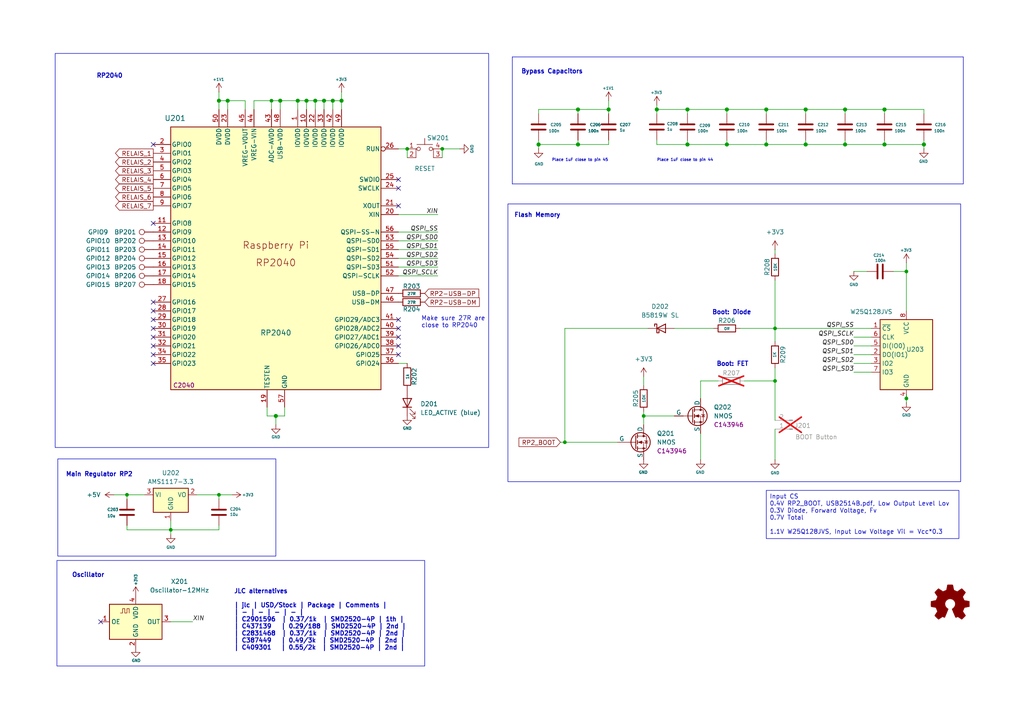
<source format=kicad_sch>
(kicad_sch (version 20231120) (generator "eeschema") (generator_version "8.0")
  (paper "A4")
  (title_block (title "Octoprobe tentacle") (date "2024-07-31") (rev "0.3") (company "Hans Märki, Märki Informatik") (comment 1 "The MIT License (MIT)"))
  (lib_symbols
    (symbol "00_project_library:AMS1117-3.3"
      (property "Reference" "U" (at -3.81 3.175 0))
      (property "Value" "AMS1117-3.3" (at 0 3.175 0))
      (symbol "AMS1117-3.3_1_1"
        (pin power_in line (at 0 -7.62 90) (length 2.54) (name "GND") (number "1"))
        (pin power_out line (at 7.62 0 180) (length 2.54) (name "VO") (number "2"))
        (pin power_in line (at -7.62 0 0) (length 2.54) (name "VI") (number "3"))
      )
    )
    (symbol "00_project_library:C" (pin_numbers hide) (pin_names (offset 0.254))
      (property "Reference" "C" (at 0.635 2.54 0))
      (property "Value" "C" (at 0.635 -2.54 0))
      (symbol "C_1_1"
        (pin passive line (at 0 3.81 270) (length 2.794) (name "~") (number "1"))
        (pin passive line (at 0 -3.81 90) (length 2.794) (name "~") (number "2"))
      )
    )
    (symbol "00_project_library:LED BLUE" (pin_numbers hide) (pin_names (offset 1.016) hide)
      (property "Reference" "D" (at 0 2.54 0))
      (property "Value" "LED BLUE" (at 0 -2.54 0))
      (symbol "LED BLUE_1_1"
        (pin passive line (at -3.81 0 0) (length 2.54) (name "K") (number "1"))
        (pin passive line (at 3.81 0 180) (length 2.54) (name "A") (number "2"))
      )
    )
    (symbol "00_project_library:NMOS" (pin_numbers hide) (pin_names (offset 0))
      (property "Reference" "Q" (at 5.08 1.27 0))
      (property "Value" "NMOS" (at 5.08 -1.27 0))
      (property "JLC Part" "C143946" (at 0 0 0))
      (symbol "NMOS_1_1"
        (pin input line (at -5.08 0 0) (length 2.54) (name "G") (number "1"))
        (pin passive line (at 2.54 -5.08 90) (length 2.54) (name "S") (number "2"))
        (pin passive line (at 2.54 5.08 270) (length 2.54) (name "D") (number "3"))
      )
    )
    (symbol "00_project_library:Oscillator-12MHz"
      (property "Reference" "X" (at -5.08 6.35 0))
      (property "Value" "Oscillator-12MHz" (at 1.27 -6.35 0))
      (symbol "Oscillator-12MHz_1_1"
        (pin input line (at -10.16 0 0) (length 2.54) (name "OE") (number "1"))
        (pin power_in line (at 0 -7.62 90) (length 2.54) (name "GND") (number "2"))
        (pin output line (at 10.16 0 180) (length 2.54) (name "OUT") (number "3"))
        (pin power_in line (at 0 7.62 270) (length 2.54) (name "VDD") (number "4"))
      )
    )
    (symbol "00_project_library:RP2040" (pin_names (offset 0.254))
      (property "Reference" "U" (at 1.27 78.74 0))
      (property "Value" "RP2040" (at 30.48 16.51 0))
      (symbol "RP2040_0_0"
        (text "Raspberry Pi" (at 30.48 41.91 0) (effects (font (size 2 2))))
        (text "RP2040" (at 30.48 36.83 0) (effects (font (size 2 2))))
      )
      (symbol "RP2040_1_1"
        (pin power_in line (at 36.83 81.28 270) (length 5.08) (name "IOVDD") (number "1"))
        (pin power_in line (at 39.37 81.28 270) (length 5.08) (name "IOVDD") (number "10"))
        (pin bidirectional line (at -5.08 48.26 0) (length 5.08) (name "GPIO8") (number "11"))
        (pin bidirectional line (at -5.08 45.72 0) (length 5.08) (name "GPIO9") (number "12"))
        (pin bidirectional line (at -5.08 43.18 0) (length 5.08) (name "GPIO10") (number "13"))
        (pin bidirectional line (at -5.08 40.64 0) (length 5.08) (name "GPIO11") (number "14"))
        (pin bidirectional line (at -5.08 38.1 0) (length 5.08) (name "GPIO12") (number "15"))
        (pin bidirectional line (at -5.08 35.56 0) (length 5.08) (name "GPIO13") (number "16"))
        (pin bidirectional line (at -5.08 33.02 0) (length 5.08) (name "GPIO14") (number "17"))
        (pin bidirectional line (at -5.08 30.48 0) (length 5.08) (name "GPIO15") (number "18"))
        (pin input line (at 27.94 -5.08 90) (length 5.08) (name "TESTEN") (number "19"))
        (pin bidirectional line (at -5.08 71.12 0) (length 5.08) (name "GPIO0") (number "2"))
        (pin bidirectional line (at 66.04 50.8 180) (length 5.08) (name "XIN") (number "20"))
        (pin output line (at 66.04 53.34 180) (length 5.08) (name "XOUT") (number "21"))
        (pin power_in line (at 41.91 81.28 270) (length 5.08) (name "IOVDD") (number "22"))
        (pin power_in line (at 16.51 81.28 270) (length 5.08) (name "DVDD") (number "23"))
        (pin unspecified line (at 66.04 58.42 180) (length 5.08) (name "SWCLK") (number "24"))
        (pin unspecified line (at 66.04 60.96 180) (length 5.08) (name "SWDIO") (number "25"))
        (pin input inverted (at 66.04 69.85 180) (length 5.08) (name "RUN") (number "26"))
        (pin bidirectional line (at -5.08 25.4 0) (length 5.08) (name "GPIO16") (number "27"))
        (pin bidirectional line (at -5.08 22.86 0) (length 5.08) (name "GPIO17") (number "28"))
        (pin bidirectional line (at -5.08 20.32 0) (length 5.08) (name "GPIO18") (number "29"))
        (pin bidirectional line (at -5.08 68.58 0) (length 5.08) (name "GPIO1") (number "3"))
        (pin bidirectional line (at -5.08 17.78 0) (length 5.08) (name "GPIO19") (number "30"))
        (pin bidirectional line (at -5.08 15.24 0) (length 5.08) (name "GPIO20") (number "31"))
        (pin bidirectional line (at -5.08 12.7 0) (length 5.08) (name "GPIO21") (number "32"))
        (pin power_in line (at 44.45 81.28 270) (length 5.08) (name "IOVDD") (number "33"))
        (pin bidirectional line (at -5.08 10.16 0) (length 5.08) (name "GPIO22") (number "34"))
        (pin bidirectional line (at -5.08 7.62 0) (length 5.08) (name "GPIO23") (number "35"))
        (pin bidirectional line (at 66.04 7.62 180) (length 5.08) (name "GPIO24") (number "36"))
        (pin bidirectional line (at 66.04 10.16 180) (length 5.08) (name "GPIO25") (number "37"))
        (pin bidirectional line (at 66.04 12.7 180) (length 5.08) (name "GPIO26/ADC0") (number "38"))
        (pin bidirectional line (at 66.04 15.24 180) (length 5.08) (name "GPIO27/ADC1") (number "39"))
        (pin bidirectional line (at -5.08 66.04 0) (length 5.08) (name "GPIO2") (number "4"))
        (pin bidirectional line (at 66.04 17.78 180) (length 5.08) (name "GPIO28/ADC2") (number "40"))
        (pin bidirectional line (at 66.04 20.32 180) (length 5.08) (name "GPIO29/ADC3") (number "41"))
        (pin power_in line (at 46.99 81.28 270) (length 5.08) (name "IOVDD") (number "42"))
        (pin power_in line (at 29.21 81.28 270) (length 5.08) (name "ADC-AVDD") (number "43"))
        (pin power_in line (at 24.13 81.28 270) (length 5.08) (name "VREG-VIN") (number "44"))
        (pin power_out line (at 21.59 81.28 270) (length 5.08) (name "VREG-VOUT") (number "45"))
        (pin bidirectional line (at 66.04 25.4 180) (length 5.08) (name "USB-DM") (number "46"))
        (pin bidirectional line (at 66.04 27.94 180) (length 5.08) (name "USB-DP") (number "47"))
        (pin power_in line (at 31.75 81.28 270) (length 5.08) (name "USB-VDD") (number "48"))
        (pin power_in line (at 49.53 81.28 270) (length 5.08) (name "IOVDD") (number "49"))
        (pin bidirectional line (at -5.08 63.5 0) (length 5.08) (name "GPIO3") (number "5"))
        (pin power_in line (at 13.97 81.28 270) (length 5.08) (name "DVDD") (number "50"))
        (pin bidirectional line (at 66.04 35.56 180) (length 5.08) (name "QSPI-SD3") (number "51"))
        (pin bidirectional line (at 66.04 33.02 180) (length 5.08) (name "QSPI-SCLK") (number "52"))
        (pin bidirectional line (at 66.04 43.18 180) (length 5.08) (name "QSPI-SD0") (number "53"))
        (pin bidirectional line (at 66.04 38.1 180) (length 5.08) (name "QSPI-SD2") (number "54"))
        (pin bidirectional line (at 66.04 40.64 180) (length 5.08) (name "QSPI-SD1") (number "55"))
        (pin bidirectional line (at 66.04 45.72 180) (length 5.08) (name "QSPI-SS-N") (number "56"))
        (pin power_in line (at 33.02 -5.08 90) (length 5.08) (name "GND") (number "57"))
        (pin bidirectional line (at -5.08 60.96 0) (length 5.08) (name "GPIO4") (number "6"))
        (pin bidirectional line (at -5.08 58.42 0) (length 5.08) (name "GPIO5") (number "7"))
        (pin bidirectional line (at -5.08 55.88 0) (length 5.08) (name "GPIO6") (number "8"))
        (pin bidirectional line (at -5.08 53.34 0) (length 5.08) (name "GPIO7") (number "9"))
      )
    )
    (symbol "00_project_library:SW_MEC_5E" (pin_names (offset 1.016) hide)
      (property "Reference" "SW" (at 0.635 5.715 0))
      (property "Value" "SW_MEC_5E" (at 0 -3.175 0))
      (symbol "SW_MEC_5E_0_1"
        (pin passive line (at -5.08 2.54 0) (length 2.54) (name "1") (number "1"))
        (pin passive line (at -5.08 0 0) (length 2.54) (name "2") (number "2"))
        (pin passive line (at 5.08 0 180) (length 2.54) (name "K") (number "3"))
        (pin passive line (at 5.08 2.54 180) (length 2.54) (name "A") (number "4"))
      )
    )
    (symbol "00_project_library:W25Q128JVS"
      (property "Reference" "U" (at -8.89 8.89 0))
      (property "Value" "W25Q128JVS" (at 7.62 8.89 0))
      (symbol "W25Q128JVS_1_1"
        (pin input line (at -10.16 7.62 0) (length 2.54) (name "~{CS}") (number "1"))
        (pin bidirectional line (at -10.16 0 0) (length 2.54) (name "DO(IO1)") (number "2"))
        (pin bidirectional line (at -10.16 -2.54 0) (length 2.54) (name "IO2") (number "3"))
        (pin power_in line (at 0 -12.7 90) (length 2.54) (name "GND") (number "4"))
        (pin bidirectional line (at -10.16 2.54 0) (length 2.54) (name "DI(IO0)") (number "5"))
        (pin input line (at -10.16 5.08 0) (length 2.54) (name "CLK") (number "6"))
        (pin bidirectional line (at -10.16 -5.08 0) (length 2.54) (name "IO3") (number "7"))
        (pin power_in line (at 0 12.7 270) (length 2.54) (name "VCC") (number "8"))
      )
    )
    (symbol "00_project_library:octoprobe_breakout_label" (pin_numbers hide) (pin_names (offset 0.762) hide)
      (property "Reference" "BP" (at -10.414 0 0))
      (property "Value" "octoprobe_prototype_board" (at -25.146 0 0))
      (symbol "octoprobe_breakout_label_1_1"
        (pin passive line (at 0 0 180) (length 2.54) (name "1") (number "1"))
      )
    )
    (symbol "Connector:Conn_01x02_Pin" (pin_names (offset 1.016) hide)
      (property "Reference" "J" (at 0 2.54 0))
      (property "Value" "Conn_01x02_Pin" (at 0 -5.08 0))
      (symbol "Conn_01x02_Pin_1_1"
        (pin passive line (at 5.08 0 180) (length 3.81) (name "Pin_1") (number "1"))
        (pin passive line (at 5.08 -2.54 180) (length 3.81) (name "Pin_2") (number "2"))
      )
    )
    (symbol "Device:D_Schottky" (pin_numbers hide) (pin_names (offset 1.016) hide)
      (property "Reference" "D" (at 0 2.54 0))
      (property "Value" "D_Schottky" (at 0 -2.54 0))
      (symbol "D_Schottky_1_1"
        (pin passive line (at -3.81 0 0) (length 2.54) (name "K") (number "1"))
        (pin passive line (at 3.81 0 180) (length 2.54) (name "A") (number "2"))
      )
    )
    (symbol "Device:R" (pin_numbers hide) (pin_names (offset 0))
      (property "Reference" "R" (at 2.032 0 90))
      (property "Value" "R" (at 0 0 90))
      (symbol "R_1_1"
        (pin passive line (at 0 3.81 270) (length 1.27) (name "~") (number "1"))
        (pin passive line (at 0 -3.81 90) (length 1.27) (name "~") (number "2"))
      )
    )
    (symbol "Graphic:Logo_Open_Hardware_Small" (in_bom no) (on_board no))
    (symbol "power:+1V1" (power) (pin_numbers hide) (pin_names (offset 0) hide)
      (property "Value" "+1V1" (at 0 3.556 0))
      (symbol "+1V1_1_1"
        (pin power_in line (at 0 0 90) (length 0) (name "~") (number "1"))
      )
    )
    (symbol "power:+3V3" (power) (pin_numbers hide) (pin_names (offset 0) hide)
      (property "Value" "+3V3" (at 0 3.556 0))
      (symbol "+3V3_1_1"
        (pin power_in line (at 0 0 90) (length 0) (name "~") (number "1"))
      )
    )
    (symbol "power:+5V" (power) (pin_numbers hide) (pin_names (offset 0) hide)
      (property "Value" "+5V" (at 0 3.556 0))
      (symbol "+5V_1_1"
        (pin power_in line (at 0 0 90) (length 0) (name "~") (number "1"))
      )
    )
    (symbol "power:GND" (power) (pin_numbers hide) (pin_names (offset 0) hide)
      (property "Value" "GND" (at 0 -3.81 0))
      (symbol "GND_1_1"
        (pin power_in line (at 0 0 270) (length 0) (name "~") (number "1"))
      )
    )
  )
  (junction (at 91.44 29.21) (diameter 1.016))
  (junction (at 163.83 128.27))
  (junction (at 80.01 120.65) (diameter 1.016))
  (junction (at 262.89 78.74))
  (junction (at 224.79 110.49))
  (junction (at 176.53 31.75) (diameter 1.016))
  (junction (at 262.89 115.57))
  (junction (at 99.06 29.21) (diameter 1.016))
  (junction (at 186.69 120.65))
  (junction (at 222.25 31.75) (diameter 1.016))
  (junction (at 156.21 41.91) (diameter 1.016))
  (junction (at 78.74 29.21))
  (junction (at 233.68 31.75) (diameter 1.016))
  (junction (at 63.5 29.21) (diameter 1.016))
  (junction (at 222.25 41.91) (diameter 1.016))
  (junction (at 245.11 31.75) (diameter 1.016))
  (junction (at 88.9 29.21) (diameter 1.016))
  (junction (at 49.53 153.67))
  (junction (at 167.64 41.91) (diameter 1.016))
  (junction (at 81.28 29.21) (diameter 1.016))
  (junction (at 210.82 31.75) (diameter 1.016))
  (junction (at 190.5 31.75) (diameter 1.016))
  (junction (at 267.97 41.91) (diameter 1.016))
  (junction (at 96.52 29.21) (diameter 1.016))
  (junction (at 36.83 143.51))
  (junction (at 86.36 29.21) (diameter 1.016))
  (junction (at 66.04 29.21) (diameter 1.016))
  (junction (at 224.79 95.25))
  (junction (at 256.54 31.75) (diameter 1.016))
  (junction (at 199.39 41.91) (diameter 1.016))
  (junction (at 63.5 143.51))
  (junction (at 210.82 41.91) (diameter 1.016))
  (junction (at 128.27 43.18))
  (junction (at 256.54 41.91) (diameter 1.016))
  (junction (at 118.11 43.18))
  (junction (at 93.98 29.21) (diameter 1.016))
  (junction (at 233.68 41.91) (diameter 1.016))
  (junction (at 245.11 41.91) (diameter 1.016))
  (junction (at 167.64 31.75) (diameter 1.016))
  (junction (at 199.39 31.75) (diameter 1.016))
  (no_connect (at 44.45 105.41))
  (no_connect (at 44.45 95.25))
  (no_connect (at 44.45 87.63))
  (no_connect (at 115.57 102.87))
  (no_connect (at 44.45 64.77))
  (no_connect (at 115.57 52.07))
  (no_connect (at 44.45 41.91))
  (no_connect (at 44.45 90.17))
  (no_connect (at 44.45 100.33))
  (no_connect (at 115.57 100.33))
  (no_connect (at 115.57 95.25))
  (no_connect (at 115.57 59.69))
  (no_connect (at 115.57 92.71))
  (no_connect (at 115.57 54.61))
  (no_connect (at 44.45 92.71))
  (no_connect (at 44.45 102.87))
  (no_connect (at 44.45 97.79))
  (no_connect (at 115.57 97.79))
  (no_connect (at 29.21 180.34))
  (wire (pts (xy 99.06 31.75) (xy 99.06 29.21)))
  (wire (pts (xy 163.83 95.25) (xy 163.83 128.27)))
  (wire (pts (xy 115.57 69.85) (xy 127 69.85)))
  (wire (pts (xy 186.69 109.22) (xy 186.69 111.76)))
  (wire (pts (xy 163.83 128.27) (xy 179.07 128.27)))
  (wire (pts (xy 80.01 120.65) (xy 82.55 120.65)))
  (wire (pts (xy 118.11 43.18) (xy 118.11 45.72)))
  (wire (pts (xy 82.55 120.65) (xy 82.55 118.11)))
  (wire (pts (xy 91.44 29.21) (xy 93.98 29.21)))
  (wire (pts (xy 81.28 31.75) (xy 81.28 29.21)))
  (wire (pts (xy 222.25 41.91) (xy 210.82 41.91)))
  (wire (pts (xy 96.52 29.21) (xy 99.06 29.21)))
  (wire (pts (xy 93.98 29.21) (xy 96.52 29.21)))
  (wire (pts (xy 256.54 33.02) (xy 256.54 31.75)))
  (wire (pts (xy 262.89 78.74) (xy 262.89 90.17)))
  (wire (pts (xy 63.5 144.78) (xy 63.5 143.51)))
  (wire (pts (xy 49.53 153.67) (xy 49.53 154.94)))
  (wire (pts (xy 199.39 40.64) (xy 199.39 41.91)))
  (wire (pts (xy 115.57 62.23) (xy 127 62.23)))
  (wire (pts (xy 252.73 105.41) (xy 247.65 105.41)))
  (wire (pts (xy 233.68 33.02) (xy 233.68 31.75)))
  (wire (pts (xy 203.2 110.49) (xy 203.2 115.57)))
  (polyline (pts (xy 148.59 16.51) (xy 148.59 53.34)))
  (wire (pts (xy 190.5 31.75) (xy 190.5 33.02)))
  (wire (pts (xy 167.64 41.91) (xy 167.64 40.64)))
  (wire (pts (xy 256.54 31.75) (xy 267.97 31.75)))
  (wire (pts (xy 215.9 110.49) (xy 224.79 110.49)))
  (wire (pts (xy 262.89 115.57) (xy 262.89 116.84)))
  (wire (pts (xy 115.57 67.31) (xy 127 67.31)))
  (wire (pts (xy 199.39 31.75) (xy 210.82 31.75)))
  (wire (pts (xy 78.74 31.75) (xy 78.74 29.21)))
  (wire (pts (xy 256.54 41.91) (xy 245.11 41.91)))
  (wire (pts (xy 224.79 95.25) (xy 252.73 95.25)))
  (wire (pts (xy 80.01 123.19) (xy 80.01 120.65)))
  (wire (pts (xy 186.69 119.38) (xy 186.69 120.65)))
  (wire (pts (xy 252.73 100.33) (xy 247.65 100.33)))
  (polyline (pts (xy 279.4 53.34) (xy 148.59 53.34)))
  (wire (pts (xy 190.5 40.64) (xy 190.5 41.91)))
  (wire (pts (xy 245.11 41.91) (xy 233.68 41.91)))
  (wire (pts (xy 245.11 40.64) (xy 245.11 41.91)))
  (wire (pts (xy 156.21 41.91) (xy 167.64 41.91)))
  (wire (pts (xy 36.83 152.4) (xy 36.83 153.67)))
  (wire (pts (xy 247.65 78.74) (xy 251.46 78.74)))
  (wire (pts (xy 88.9 29.21) (xy 91.44 29.21)))
  (wire (pts (xy 115.57 72.39) (xy 127 72.39)))
  (wire (pts (xy 78.74 29.21) (xy 81.28 29.21)))
  (wire (pts (xy 36.83 143.51) (xy 36.83 144.78)))
  (wire (pts (xy 93.98 31.75) (xy 93.98 29.21)))
  (wire (pts (xy 186.69 120.65) (xy 195.58 120.65)))
  (wire (pts (xy 245.11 31.75) (xy 256.54 31.75)))
  (wire (pts (xy 267.97 41.91) (xy 267.97 43.18)))
  (wire (pts (xy 63.5 26.67) (xy 63.5 29.21)))
  (wire (pts (xy 115.57 105.41) (xy 118.11 105.41)))
  (wire (pts (xy 66.04 31.75) (xy 66.04 29.21)))
  (wire (pts (xy 55.88 180.34) (xy 49.53 180.34)))
  (wire (pts (xy 77.47 120.65) (xy 77.47 118.11)))
  (wire (pts (xy 203.2 110.49) (xy 208.28 110.49)))
  (wire (pts (xy 86.36 31.75) (xy 86.36 29.21)))
  (wire (pts (xy 245.11 33.02) (xy 245.11 31.75)))
  (wire (pts (xy 224.79 81.28) (xy 224.79 95.25)))
  (wire (pts (xy 252.73 97.79) (xy 247.65 97.79)))
  (wire (pts (xy 267.97 33.02) (xy 267.97 31.75)))
  (wire (pts (xy 176.53 29.21) (xy 176.53 31.75)))
  (wire (pts (xy 73.66 31.75) (xy 73.66 29.21)))
  (wire (pts (xy 259.08 78.74) (xy 262.89 78.74)))
  (wire (pts (xy 190.5 31.75) (xy 199.39 31.75)))
  (wire (pts (xy 190.5 41.91) (xy 199.39 41.91)))
  (wire (pts (xy 49.53 151.13) (xy 49.53 153.67)))
  (wire (pts (xy 195.58 95.25) (xy 207.01 95.25)))
  (wire (pts (xy 128.27 43.18) (xy 133.35 43.18)))
  (wire (pts (xy 91.44 31.75) (xy 91.44 29.21)))
  (wire (pts (xy 86.36 29.21) (xy 88.9 29.21)))
  (wire (pts (xy 96.52 29.21) (xy 96.52 31.75)))
  (wire (pts (xy 267.97 40.64) (xy 267.97 41.91)))
  (wire (pts (xy 210.82 40.64) (xy 210.82 41.91)))
  (wire (pts (xy 224.79 110.49) (xy 224.79 121.92)))
  (wire (pts (xy 262.89 114.3) (xy 262.89 115.57)))
  (wire (pts (xy 156.21 31.75) (xy 167.64 31.75)))
  (wire (pts (xy 36.83 153.67) (xy 49.53 153.67)))
  (wire (pts (xy 203.2 125.73) (xy 203.2 133.35)))
  (wire (pts (xy 71.12 29.21) (xy 66.04 29.21)))
  (wire (pts (xy 41.91 143.51) (xy 36.83 143.51)))
  (wire (pts (xy 33.02 143.51) (xy 36.83 143.51)))
  (wire (pts (xy 176.53 31.75) (xy 176.53 33.02)))
  (wire (pts (xy 262.89 76.2) (xy 262.89 78.74)))
  (wire (pts (xy 252.73 107.95) (xy 247.65 107.95)))
  (wire (pts (xy 214.63 95.25) (xy 224.79 95.25)))
  (wire (pts (xy 233.68 40.64) (xy 233.68 41.91)))
  (wire (pts (xy 73.66 29.21) (xy 78.74 29.21)))
  (wire (pts (xy 156.21 41.91) (xy 156.21 43.18)))
  (wire (pts (xy 67.31 143.51) (xy 63.5 143.51)))
  (wire (pts (xy 233.68 41.91) (xy 222.25 41.91)))
  (wire (pts (xy 224.79 72.39) (xy 224.79 73.66)))
  (wire (pts (xy 233.68 31.75) (xy 245.11 31.75)))
  (wire (pts (xy 210.82 33.02) (xy 210.82 31.75)))
  (polyline (pts (xy 148.59 16.51) (xy 279.4 16.51)))
  (wire (pts (xy 49.53 153.67) (xy 63.5 153.67)))
  (wire (pts (xy 167.64 31.75) (xy 176.53 31.75)))
  (wire (pts (xy 115.57 43.18) (xy 118.11 43.18)))
  (wire (pts (xy 186.69 120.65) (xy 186.69 123.19)))
  (wire (pts (xy 88.9 31.75) (xy 88.9 29.21)))
  (wire (pts (xy 176.53 41.91) (xy 167.64 41.91)))
  (wire (pts (xy 162.56 128.27) (xy 163.83 128.27)))
  (wire (pts (xy 81.28 29.21) (xy 86.36 29.21)))
  (wire (pts (xy 222.25 31.75) (xy 233.68 31.75)))
  (wire (pts (xy 252.73 102.87) (xy 247.65 102.87)))
  (wire (pts (xy 63.5 143.51) (xy 57.15 143.51)))
  (wire (pts (xy 222.25 40.64) (xy 222.25 41.91)))
  (wire (pts (xy 63.5 29.21) (xy 63.5 31.75)))
  (wire (pts (xy 80.01 120.65) (xy 77.47 120.65)))
  (wire (pts (xy 63.5 29.21) (xy 66.04 29.21)))
  (wire (pts (xy 167.64 33.02) (xy 167.64 31.75)))
  (wire (pts (xy 210.82 41.91) (xy 199.39 41.91)))
  (wire (pts (xy 224.79 95.25) (xy 224.79 99.06)))
  (wire (pts (xy 63.5 152.4) (xy 63.5 153.67)))
  (wire (pts (xy 256.54 41.91) (xy 267.97 41.91)))
  (wire (pts (xy 156.21 40.64) (xy 156.21 41.91)))
  (polyline (pts (xy 279.4 16.51) (xy 279.4 53.34)))
  (wire (pts (xy 99.06 26.67) (xy 99.06 29.21)))
  (wire (pts (xy 115.57 80.01) (xy 127 80.01)))
  (wire (pts (xy 224.79 124.46) (xy 224.79 133.35)))
  (wire (pts (xy 128.27 43.18) (xy 128.27 45.72)))
  (wire (pts (xy 224.79 106.68) (xy 224.79 110.49)))
  (wire (pts (xy 163.83 95.25) (xy 187.96 95.25)))
  (wire (pts (xy 256.54 40.64) (xy 256.54 41.91)))
  (wire (pts (xy 115.57 77.47) (xy 127 77.47)))
  (wire (pts (xy 190.5 30.48) (xy 190.5 31.75)))
  (wire (pts (xy 71.12 31.75) (xy 71.12 29.21)))
  (wire (pts (xy 176.53 40.64) (xy 176.53 41.91)))
  (wire (pts (xy 156.21 33.02) (xy 156.21 31.75)))
  (wire (pts (xy 210.82 31.75) (xy 222.25 31.75)))
  (wire (pts (xy 222.25 33.02) (xy 222.25 31.75)))
  (wire (pts (xy 199.39 33.02) (xy 199.39 31.75)))
  (wire (pts (xy 115.57 74.93) (xy 127 74.93)))
  (rectangle (start 147.32 59.1509) (end 278.638 139.7))
  (rectangle (start 16.002 15.494) (end 141.732 129.794))
  (rectangle (start 16.764 133.096) (end 80.01 161.29))
  (rectangle (start 16.51 162.56) (end 123.19 193.167))
  (text_box "Input CS\n0.4V RP2_BOOT, USB2514B.pdf, Low Output Level Lov\n0.3V Diode, Forward Voltage, Fv\n0.7V Total\n\n1.1V W25Q128JVS, Input Low Voltage Vil = Vcc*0.3\n" (at 222.25 142.24 0) (size 55.88 13.97) (effects (font (size 1.27 1.27)) (justify left top)))
  (text "Oscillator" (at 20.828 167.64 0) (effects (font (size 1.27 1.27) (thickness 0.254) (bold yes)) (justify left bottom)))
  (text "JLC alternatives\n\n| jlc | USD/Stock | Package | Comments |\n| - | - | - | - |\n| C2901596  | 0.37/1k  | SMD2520-4P | 1th |\n| C437139   | 0.29/188 | SMD2520-4P | 2nd |\n| C2831468  | 0.37/1k  | SMD2520-4P | 2nd |\n| C387449   | 0.49/3k  | SMD2520-4P | 2nd |\n| C409301   | 0.55/2k  | SMD2520-4P | 2nd |" (at 67.818 188.722 0) (effects (font (size 1.27 1.27) (thickness 0.254) (bold yes)) (justify left bottom)))
  (text "Make sure 27R are\nclose to RP2040" (at 122.174 95.25 0) (effects (font (size 1.27 1.27)) (justify left bottom)))
  (text "RP2040" (at 27.94 22.86 0) (effects (font (size 1.27 1.27) (thickness 0.254) (bold yes)) (justify left bottom)))
  (text "Place 1uF close to pin 44" (at 190.5 46.99 0) (effects (font (size 0.8 0.8)) (justify left bottom)))
  (text "Place 1uF close to pin 45" (at 160.02 46.99 0) (effects (font (size 0.8 0.8)) (justify left bottom)))
  (text "Boot: Diode" (at 206.502 91.44 0) (effects (font (size 1.27 1.27) (thickness 0.254) (bold yes)) (justify left bottom)))
  (text "Boot: FET" (at 207.772 106.426 0) (effects (font (size 1.27 1.27) (thickness 0.254) (bold yes)) (justify left bottom)))
  (text "Main Regulator RP2" (at 19.05 138.43 0) (effects (font (size 1.27 1.27) (thickness 0.254) (bold yes)) (justify left bottom)))
  (text "Flash Memory" (at 149.098 63.246 0) (effects (font (size 1.27 1.27) (thickness 0.254) (bold yes)) (justify left bottom)))
  (text "Bypass Capacitors" (at 151.13 21.59 0) (effects (font (size 1.27 1.27) (thickness 0.254) (bold yes)) (justify left bottom)))
  (label "QSPI_SCLK" (at 127 80.01 180) (effects (font (italic yes))))
  (label "QSPI_SD2" (at 247.65 105.41 180) (effects (font (italic yes))))
  (label "QSPI_SS" (at 127 67.31 180) (effects (font (italic yes))))
  (label "QSPI_SD1" (at 247.65 102.87 180) (effects (font (italic yes))))
  (label "QSPI_SD2" (at 127 74.93 180) (effects (font (italic yes))))
  (label "QSPI_SD0" (at 127 69.85 180) (effects (font (italic yes))))
  (label "QSPI_SD1" (at 127 72.39 180) (effects (font (italic yes))))
  (label "XIN" (at 55.88 180.34 0) (effects (font (italic yes))))
  (label "QSPI_SD0" (at 247.65 100.33 180) (effects (font (italic yes))))
  (label "QSPI_SCLK" (at 247.65 97.79 180) (effects (font (italic yes))))
  (label "QSPI_SD3" (at 247.65 107.95 180) (effects (font (italic yes))))
  (label "QSPI_SD3" (at 127 77.47 180) (effects (font (italic yes))))
  (label "QSPI_SS" (at 247.65 95.25 180) (effects (font (italic yes))))
  (label "XIN" (at 127 62.23 180) (effects (font (italic yes))))
  (global_label "RELAIS_4" (shape output) (at 44.45 52.07 180) (property "Intersheetrefs" "${INTERSHEET_REFS}" (effects (hide yes))))
  (global_label "RELAIS_7" (shape output) (at 44.45 59.69 180) (property "Intersheetrefs" "${INTERSHEET_REFS}" (effects (hide yes))))
  (global_label "RELAIS_6" (shape output) (at 44.45 57.15 180) (property "Intersheetrefs" "${INTERSHEET_REFS}" (effects (hide yes))))
  (global_label "RP2-USB-DP" (shape input) (at 123.19 85.09 0) (property "Intersheetrefs" "${INTERSHEET_REFS}" (effects (hide yes))))
  (global_label "RELAIS_3" (shape output) (at 44.45 49.53 180) (property "Intersheetrefs" "${INTERSHEET_REFS}" (effects (hide yes))))
  (global_label "RELAIS_2" (shape output) (at 44.45 46.99 180) (property "Intersheetrefs" "${INTERSHEET_REFS}" (effects (hide yes))))
  (global_label "RELAIS_5" (shape output) (at 44.45 54.61 180) (property "Intersheetrefs" "${INTERSHEET_REFS}" (effects (hide yes))))
  (global_label "RP2_BOOT" (shape input) (at 162.56 128.27 180) (property "Intersheetrefs" "${INTERSHEET_REFS}" (effects (hide yes))))
  (global_label "RP2-USB-DM" (shape input) (at 123.19 87.63 0) (property "Intersheetrefs" "${INTERSHEET_REFS}" (effects (hide yes))))
  (global_label "RELAIS_1" (shape output) (at 44.45 44.45 180) (property "Intersheetrefs" "${INTERSHEET_REFS}" (effects (hide yes))))
  (symbol (lib_id "Connector:Conn_01x02_Pin") (at 229.87 124.46 180) (unit 1) (in_bom no) (dnp yes)
    (property "Reference" "J201" (at 230.378 123.444 0) (effects (justify right)))
    (property "Value" "BOOT Button" (at 230.632 126.746 0) (effects (justify right)))
    (property "Footprint" "Connector_PinHeader_2.54mm:PinHeader_1x02_P2.54mm_Vertical" (effects (hide yes)))
    (property "Description" "Generic connector, single row, 01x02, script generated" (effects (hide yes)))
  )
  (symbol (lib_id "power:GND") (at 39.37 187.96 0) (unit 1)
    (property "Reference" "#PWR0224" (effects (hide yes)))
    (property "Value" "GND" (at 39.497 191.5922 0) (effects (font (size 0.8 0.8))))
    (property "Description" "Power symbol creates a global label with name \"GND\" , ground" (effects (hide yes)))
  )
  (symbol (lib_id "Device:R") (at 119.38 87.63 270) (unit 1)
    (property "Reference" "R204" (at 119.38 89.662 90))
    (property "Value" "27R" (at 119.38 87.7316 90) (effects (font (size 0.8 0.8))))
    (property "Footprint" "Resistor_SMD:R_0402_1005Metric" (effects (hide yes)))
  )
  (symbol (lib_id "Device:D_Schottky") (at 191.77 95.25 0) (unit 1)
    (property "Reference" "D202" (at 191.4525 88.9 0))
    (property "Value" "B5819W SL" (at 191.4525 91.44 0))
    (property "Footprint" "Diode_SMD:D_SOD-123" (effects (hide yes)))
    (property "Datasheet" "https://datasheet.lcsc.com/lcsc/2304140030_Jiangsu-Changjing-Electronics-Technology-Co---Ltd--B5819W-SL_C8598.pdf" (effects (hide yes)))
    (property "JLC" "C8598" (effects (hide yes)))
  )
  (symbol (lib_id "power:GND") (at 267.97 43.18 0) (unit 1)
    (property "Reference" "#PWR0223" (effects (hide yes)))
    (property "Value" "GND" (at 267.843 46.8122 0) (effects (font (size 0.8 0.8))))
    (property "Description" "Power symbol creates a global label with name \"GND\" , ground" (effects (hide yes)))
  )
  (symbol (lib_id "00_project_library:C") (at 156.21 36.83 0) (unit 1)
    (property "Reference" "C205" (at 159.639 36.1696 0) (effects (font (size 0.8 0.8)) (justify left)))
    (property "Value" "100n" (at 159.131 37.973 0) (effects (font (size 0.8 0.8)) (justify left)))
    (property "Footprint" "Capacitor_SMD:C_0402_1005Metric" (effects (hide yes)))
  )
  (symbol (lib_id "00_project_library:C") (at 233.68 36.83 0) (unit 1)
    (property "Reference" "C212" (at 237.109 36.1696 0) (effects (font (size 0.8 0.8)) (justify left)))
    (property "Value" "100n" (at 236.601 37.973 0) (effects (font (size 0.8 0.8)) (justify left)))
    (property "Footprint" "Capacitor_SMD:C_0402_1005Metric" (effects (hide yes)))
  )
  (symbol (lib_id "power:GND") (at 156.21 43.18 0) (unit 1)
    (property "Reference" "#PWR0212" (effects (hide yes)))
    (property "Value" "GND" (at 156.337 47.5742 0) (effects (font (size 0.8 0.8))))
    (property "Description" "Power symbol creates a global label with name \"GND\" , ground" (effects (hide yes)))
  )
  (symbol (lib_id "power:+3V3") (at 224.79 72.39 0) (unit 1)
    (property "Reference" "#PWR0218" (effects (hide yes)))
    (property "Value" "+3V3" (at 224.79 67.31 0))
    (property "Description" "Power symbol creates a global label with name \"+3V3\"" (effects (hide yes)))
  )
  (symbol (lib_id "Graphic:Logo_Open_Hardware_Small") (at 275.59 175.26 0) (unit 1) (exclude_from_sim yes) (in_bom no) (on_board no)
    (property "Reference" "#SYM201" (effects (hide yes)))
    (property "Value" "Logo_Open_Hardware_Small" (effects (hide yes)))
    (property "Description" "Open Hardware logo, small" (effects (hide yes)))
  )
  (symbol (lib_id "00_project_library:octoprobe_breakout_label") (at 44.45 77.47 0) (unit 1)
    (property "Reference" "BP205" (at 36.322 77.47 0))
    (property "Value" "GPIO13" (at 28.448 77.47 0))
    (property "Footprint" "00_project_library:octoprobe_breakout_label" (effects (hide yes)))
    (property "Datasheet" "https://www.roth-elektronik.com/de/produkte/detail/artnr/RE233-LF/category/Laborkarten+Dual+Inline" (effects (hide yes)))
    (property "Description" "Octoprobe Prototype Board" (effects (hide yes)))
  )
  (symbol (lib_id "00_project_library:SW_MEC_5E") (at 123.19 45.72 0) (unit 1)
    (property "Reference" "SW201" (at 123.825 40.005 0) (effects (justify left)))
    (property "Value" "RESET" (at 123.19 48.895 0))
    (property "Footprint" "00_project_library:SW_TS-1187A-B-A-B" (effects (hide yes)))
    (property "Datasheet" "http://www.apem.com/int/index.php?controller=attachment&id_attachment=1371" (effects (hide yes)))
    (property "JLC" "C318884" (effects (hide yes)))
  )
  (symbol (lib_id "00_project_library:C") (at 167.64 36.83 0) (unit 1)
    (property "Reference" "C206" (at 171.069 36.1696 0) (effects (font (size 0.8 0.8)) (justify left)))
    (property "Value" "100n" (at 170.561 37.973 0) (effects (font (size 0.8 0.8)) (justify left)))
    (property "Footprint" "Capacitor_SMD:C_0402_1005Metric" (effects (hide yes)))
  )
  (symbol (lib_id "power:+3V3") (at 67.31 143.51 270) (unit 1)
    (property "Reference" "#PWR0207" (effects (hide yes)))
    (property "Value" "+3V3" (at 71.882 143.51 90) (effects (font (size 0.8 0.8))))
    (property "Description" "Power symbol creates a global label with name \"+3V3\"" (effects (hide yes)))
  )
  (symbol (lib_id "power:GND") (at 186.69 133.35 0) (unit 1)
    (property "Reference" "#PWR0215" (effects (hide yes)))
    (property "Value" "GND" (at 186.563 136.9822 0) (effects (font (size 0.8 0.8))))
    (property "Description" "Power symbol creates a global label with name \"GND\" , ground" (effects (hide yes)))
  )
  (symbol (lib_id "00_project_library:Oscillator-12MHz") (at 39.37 180.34 0) (unit 1)
    (property "Reference" "X201" (at 52.07 168.656 0))
    (property "Value" "Oscillator-12MHz" (at 52.07 171.196 0))
    (property "Footprint" "Oscillator:Oscillator_SMD_ECS_2520MV-xxx-xx-4Pin_2.5x2.0mm" (effects (hide yes)))
    (property "Datasheet" "https://wmsc.lcsc.com/wmsc/upload/file/pdf/v2/lcsc/2110101030_Shenzhen-SCTF-Elec-SX2M12-000M20F30TNN_C2901596.pdf" (effects (hide yes)))
    (property "Description" "HCMOS Crystal Clock Oscillator, 2.5x2.0 mm SMD" (effects (hide yes)))
    (property "Datasheet_ori" "https://www.ecsxtal.com/store/pdf/ECS-2520MV.pdf" (effects (hide yes)))
    (property "JLC" "C2901596" (effects (hide yes)))
  )
  (symbol (lib_id "power:+3V3") (at 186.69 109.22 0) (unit 1)
    (property "Reference" "#PWR0214" (effects (hide yes)))
    (property "Value" "+3V3" (at 186.69 104.14 0))
    (property "Description" "Power symbol creates a global label with name \"+3V3\"" (effects (hide yes)))
  )
  (symbol (lib_id "00_project_library:C") (at 36.83 148.59 0) (unit 1)
    (property "Reference" "C203" (at 31.115 147.8026 0) (effects (font (size 0.8 0.8)) (justify left)))
    (property "Value" "10u" (at 31.115 149.606 0) (effects (font (size 0.8 0.8)) (justify left)))
    (property "Footprint" "Capacitor_SMD:C_0603_1608Metric" (effects (hide yes)))
  )
  (symbol (lib_id "power:GND") (at 247.65 78.74 0) (unit 1)
    (property "Reference" "#PWR0220" (effects (hide yes)))
    (property "Value" "GND" (at 247.65 82.55 0) (effects (font (size 0.8 0.8))))
    (property "Description" "Power symbol creates a global label with name \"GND\" , ground" (effects (hide yes)))
  )
  (symbol (lib_id "power:GND") (at 262.89 116.84 0) (unit 1)
    (property "Reference" "#PWR0222" (effects (hide yes)))
    (property "Value" "GND" (at 262.89 120.396 0) (effects (font (size 0.8 0.8))))
    (property "Description" "Power symbol creates a global label with name \"GND\" , ground" (effects (hide yes)))
  )
  (symbol (lib_id "00_project_library:C") (at 222.25 36.83 0) (unit 1)
    (property "Reference" "C211" (at 225.679 36.1696 0) (effects (font (size 0.8 0.8)) (justify left)))
    (property "Value" "100n" (at 225.171 37.973 0) (effects (font (size 0.8 0.8)) (justify left)))
    (property "Footprint" "Capacitor_SMD:C_0402_1005Metric" (effects (hide yes)))
  )
  (symbol (lib_id "00_project_library:C") (at 245.11 36.83 0) (unit 1)
    (property "Reference" "C213" (at 248.285 36.1696 0) (effects (font (size 0.8 0.8)) (justify left)))
    (property "Value" "100n" (at 248.031 37.973 0) (effects (font (size 0.8 0.8)) (justify left)))
    (property "Footprint" "Capacitor_SMD:C_0402_1005Metric" (effects (hide yes)))
  )
  (symbol (lib_id "Device:R") (at 224.79 77.47 0) (unit 1)
    (property "Reference" "R208" (at 222.504 77.47 90))
    (property "Value" "10K" (at 224.8916 77.47 90) (effects (font (size 0.8 0.8))))
    (property "Footprint" "Resistor_SMD:R_0402_1005Metric" (effects (hide yes)))
  )
  (symbol (lib_id "power:GND") (at 224.79 133.35 0) (unit 1)
    (property "Reference" "#PWR0219" (effects (hide yes)))
    (property "Value" "GND" (at 224.79 137.16 0) (effects (font (size 0.8 0.8))))
    (property "Description" "Power symbol creates a global label with name \"GND\" , ground" (effects (hide yes)))
  )
  (symbol (lib_id "Device:R") (at 186.69 115.57 0) (unit 1)
    (property "Reference" "R205" (at 184.404 115.57 90))
    (property "Value" "10K" (at 186.7916 115.57 90) (effects (font (size 0.8 0.8))))
    (property "Footprint" "Resistor_SMD:R_0402_1005Metric" (effects (hide yes)))
  )
  (symbol (lib_id "Device:R") (at 212.09 110.49 270) (unit 1) (in_bom no) (dnp yes)
    (property "Reference" "R207" (at 212.09 108.204 90))
    (property "Value" "0R" (at 212.09 110.5916 90) (effects (font (size 0.8 0.8))))
    (property "Footprint" "Resistor_SMD:R_0805_2012Metric" (effects (hide yes)))
  )
  (symbol (lib_id "power:+3V3") (at 262.89 76.2 0) (unit 1)
    (property "Reference" "#PWR0221" (effects (hide yes)))
    (property "Value" "+3V3" (at 262.763 72.5678 0) (effects (font (size 0.8 0.8))))
    (property "Description" "Power symbol creates a global label with name \"+3V3\"" (effects (hide yes)))
  )
  (symbol (lib_id "power:GND") (at 49.53 154.94 0) (unit 1)
    (property "Reference" "#PWR0204" (effects (hide yes)))
    (property "Value" "GND" (at 49.53 158.75 0) (effects (font (size 0.8 0.8))))
    (property "Description" "Power symbol creates a global label with name \"GND\" , ground" (effects (hide yes)))
  )
  (symbol (lib_id "00_project_library:RP2040") (at 49.53 113.03 0) (unit 1)
    (property "Reference" "U201" (at 50.8 34.29 0) (effects (font (size 1.524 1.524))))
    (property "Value" "RP2040" (at 80.01 96.52 0) (effects (font (size 1.524 1.524))))
    (property "Footprint" "00_project_library:RP2040-QFN-56" (effects (hide yes)))
    (property "Datasheet" "https://datasheets.raspberrypi.org/rp2040/rp2040-datasheet.pdf" (effects (hide yes)))
    (property "Author" "CIRCUITSTATE Electronics" (effects (hide yes)))
    (property "License" "CC BY 4.0" (effects (hide yes)))
    (property "Revision" "1.3" (effects (hide yes)))
    (property "JLC" "C2040" (at 53.34 111.76 0))
  )
  (symbol (lib_id "00_project_library:octoprobe_breakout_label") (at 44.45 82.55 0) (unit 1)
    (property "Reference" "BP207" (at 36.322 82.55 0))
    (property "Value" "GPIO15" (at 28.448 82.55 0))
    (property "Footprint" "00_project_library:octoprobe_breakout_label" (effects (hide yes)))
    (property "Datasheet" "https://www.roth-elektronik.com/de/produkte/detail/artnr/RE233-LF/category/Laborkarten+Dual+Inline" (effects (hide yes)))
    (property "Description" "Octoprobe Prototype Board" (effects (hide yes)))
  )
  (symbol (lib_id "Device:R") (at 118.11 109.22 0) (unit 1)
    (property "Reference" "R202" (at 120.142 109.22 90))
    (property "Value" "1k" (at 118.2116 109.22 90) (effects (font (size 0.8 0.8))))
    (property "Footprint" "Resistor_SMD:R_0805_2012Metric" (effects (hide yes)))
  )
  (symbol (lib_id "power:GND") (at 133.35 43.18 90) (unit 1)
    (property "Reference" "#PWR0211" (effects (hide yes)))
    (property "Value" "GND" (at 136.906 43.18 0) (effects (font (size 0.8 0.8))))
    (property "Description" "Power symbol creates a global label with name \"GND\" , ground" (effects (hide yes)))
  )
  (symbol (lib_id "00_project_library:C") (at 199.39 36.83 0) (unit 1)
    (property "Reference" "C209" (at 202.819 36.4236 0) (effects (font (size 0.8 0.8)) (justify left)))
    (property "Value" "100n" (at 202.311 37.973 0) (effects (font (size 0.8 0.8)) (justify left)))
    (property "Footprint" "Capacitor_SMD:C_0402_1005Metric" (effects (hide yes)))
  )
  (symbol (lib_id "Device:R") (at 210.82 95.25 270) (unit 1)
    (property "Reference" "R206" (at 210.82 92.964 90))
    (property "Value" "0R" (at 210.82 95.3516 90) (effects (font (size 0.8 0.8))))
    (property "Footprint" "Resistor_SMD:R_0805_2012Metric" (effects (hide yes)))
  )
  (symbol (lib_id "00_project_library:octoprobe_breakout_label") (at 44.45 67.31 0) (unit 1)
    (property "Reference" "BP201" (at 36.322 67.31 0))
    (property "Value" "GPIO9" (at 28.448 67.31 0))
    (property "Footprint" "00_project_library:octoprobe_breakout_label" (effects (hide yes)))
    (property "Datasheet" "https://www.roth-elektronik.com/de/produkte/detail/artnr/RE233-LF/category/Laborkarten+Dual+Inline" (effects (hide yes)))
    (property "Description" "Octoprobe Prototype Board" (effects (hide yes)))
  )
  (symbol (lib_id "00_project_library:C") (at 255.27 78.74 90) (unit 1)
    (property "Reference" "C214" (at 256.5146 74.041 90) (effects (font (size 0.8 0.8)) (justify left)))
    (property "Value" "100n" (at 256.921 75.565 90) (effects (font (size 0.8 0.8)) (justify left)))
    (property "Footprint" "Capacitor_SMD:C_0402_1005Metric" (effects (hide yes)))
  )
  (symbol (lib_id "00_project_library:C") (at 176.53 36.83 0) (unit 1)
    (property "Reference" "C207" (at 179.705 36.1696 0) (effects (font (size 0.8 0.8)) (justify left)))
    (property "Value" "1u" (at 179.705 37.719 0) (effects (font (size 0.8 0.8)) (justify left)))
    (property "Footprint" "Capacitor_SMD:C_0402_1005Metric" (effects (hide yes)))
  )
  (symbol (lib_id "00_project_library:octoprobe_breakout_label") (at 44.45 72.39 0) (unit 1)
    (property "Reference" "BP203" (at 36.322 72.39 0))
    (property "Value" "GPIO11" (at 28.448 72.39 0))
    (property "Footprint" "00_project_library:octoprobe_breakout_label" (effects (hide yes)))
    (property "Datasheet" "https://www.roth-elektronik.com/de/produkte/detail/artnr/RE233-LF/category/Laborkarten+Dual+Inline" (effects (hide yes)))
    (property "Description" "Octoprobe Prototype Board" (effects (hide yes)))
  )
  (symbol (lib_id "00_project_library:octoprobe_breakout_label") (at 44.45 80.01 0) (unit 1)
    (property "Reference" "BP206" (at 36.322 80.01 0))
    (property "Value" "GPIO14" (at 28.448 80.01 0))
    (property "Footprint" "00_project_library:octoprobe_breakout_label" (effects (hide yes)))
    (property "Datasheet" "https://www.roth-elektronik.com/de/produkte/detail/artnr/RE233-LF/category/Laborkarten+Dual+Inline" (effects (hide yes)))
    (property "Description" "Octoprobe Prototype Board" (effects (hide yes)))
  )
  (symbol (lib_id "00_project_library:octoprobe_breakout_label") (at 44.45 74.93 0) (unit 1)
    (property "Reference" "BP204" (at 36.322 74.93 0))
    (property "Value" "GPIO12" (at 28.448 74.93 0))
    (property "Footprint" "00_project_library:octoprobe_breakout_label" (effects (hide yes)))
    (property "Datasheet" "https://www.roth-elektronik.com/de/produkte/detail/artnr/RE233-LF/category/Laborkarten+Dual+Inline" (effects (hide yes)))
    (property "Description" "Octoprobe Prototype Board" (effects (hide yes)))
  )
  (symbol (lib_id "00_project_library:NMOS") (at 200.66 120.65 0) (unit 1)
    (property "Reference" "Q202" (at 207.01 118.1099 0) (effects (justify left)))
    (property "Value" "NMOS" (at 207.01 120.6499 0) (effects (justify left)))
    (property "Footprint" "00_project_library:SOT-23" (effects (hide yes)))
    (property "Datasheet" "https://datasheet.lcsc.com/lcsc/1810010522_Infineon-Technologies-IRLML6244TRPBF_C143946.pdf" (effects (hide yes)))
    (property "Sim.Device" "NMOS" (effects (hide yes)))
    (property "Sim.Type" "VDMOS" (effects (hide yes)))
    (property "JLC Part" "C143946" (at 207.01 123.1899 0) (effects (justify left)))
  )
  (symbol (lib_id "power:+1V1") (at 176.53 29.21 0) (unit 1)
    (property "Reference" "#PWR0213" (effects (hide yes)))
    (property "Value" "+1V1" (at 176.403 25.5778 0) (effects (font (size 0.8 0.8))))
    (property "Description" "Power symbol creates a global label with name \"+1V1\"" (effects (hide yes)))
  )
  (symbol (lib_id "power:GND") (at 80.01 123.19 0) (unit 1)
    (property "Reference" "#PWR0208" (effects (hide yes)))
    (property "Value" "GND" (at 80.01 126.746 0) (effects (font (size 0.8 0.8))))
    (property "Description" "Power symbol creates a global label with name \"GND\" , ground" (effects (hide yes)))
  )
  (symbol (lib_id "power:GND") (at 203.2 133.35 0) (unit 1)
    (property "Reference" "#PWR0217" (effects (hide yes)))
    (property "Value" "GND" (at 203.073 136.9822 0) (effects (font (size 0.8 0.8))))
    (property "Description" "Power symbol creates a global label with name \"GND\" , ground" (effects (hide yes)))
  )
  (symbol (lib_id "00_project_library:C") (at 256.54 36.83 0) (unit 1)
    (property "Reference" "C215" (at 259.715 36.1696 0) (effects (font (size 0.8 0.8)) (justify left)))
    (property "Value" "100n" (at 259.461 37.973 0) (effects (font (size 0.8 0.8)) (justify left)))
    (property "Footprint" "Capacitor_SMD:C_0402_1005Metric" (effects (hide yes)))
  )
  (symbol (lib_id "power:+5V") (at 33.02 143.51 90) (unit 1)
    (property "Reference" "#PWR0202" (effects (hide yes)))
    (property "Value" "+5V" (at 29.21 143.5099 90) (effects (justify left)))
    (property "Description" "Power symbol creates a global label with name \"+5V\"" (effects (hide yes)))
  )
  (symbol (lib_id "power:+3V3") (at 39.37 172.72 0) (unit 1)
    (property "Reference" "#PWR0225" (effects (hide yes)))
    (property "Value" "+3V3" (at 39.37 168.148 90) (effects (font (size 0.8 0.8))))
    (property "Description" "Power symbol creates a global label with name \"+3V3\"" (effects (hide yes)))
  )
  (symbol (lib_id "00_project_library:NMOS") (at 184.15 128.27 0) (unit 1)
    (property "Reference" "Q201" (at 190.5 125.7299 0) (effects (justify left)))
    (property "Value" "NMOS" (at 190.5 128.2699 0) (effects (justify left)))
    (property "Footprint" "00_project_library:SOT-23" (effects (hide yes)))
    (property "Datasheet" "https://datasheet.lcsc.com/lcsc/1810010522_Infineon-Technologies-IRLML6244TRPBF_C143946.pdf" (effects (hide yes)))
    (property "Sim.Device" "NMOS" (effects (hide yes)))
    (property "Sim.Type" "VDMOS" (effects (hide yes)))
    (property "JLC Part" "C143946" (at 190.5 130.8099 0) (effects (justify left)))
  )
  (symbol (lib_id "Device:R") (at 224.79 102.87 180) (unit 1)
    (property "Reference" "R209" (at 227.076 102.87 90))
    (property "Value" "1K" (at 224.6884 102.87 90) (effects (font (size 0.8 0.8))))
    (property "Footprint" "Resistor_SMD:R_0402_1005Metric" (effects (hide yes)))
  )
  (symbol (lib_id "00_project_library:AMS1117-3.3") (at 49.53 143.51 0) (unit 1)
    (property "Reference" "U202" (at 49.53 137.16 0))
    (property "Value" "AMS1117-3.3" (at 49.53 139.7 0))
    (property "Footprint" "00_project_library:SOT-223-3_TabPin2" (effects (hide yes)))
    (property "Datasheet" "http://www.advanced-monolithic.com/pdf/ds1117.pdf" (effects (hide yes)))
    (property "JLC" "C6186" (effects (hide yes)))
  )
  (symbol (lib_id "Device:R") (at 119.38 85.09 270) (unit 1)
    (property "Reference" "R203" (at 119.38 83.058 90))
    (property "Value" "27R" (at 119.38 85.1916 90) (effects (font (size 0.8 0.8))))
    (property "Footprint" "Resistor_SMD:R_0402_1005Metric" (effects (hide yes)))
  )
  (symbol (lib_id "00_project_library:W25Q128JVS") (at 262.89 102.87 0) (unit 1)
    (property "Reference" "U203" (at 265.43 101.346 0))
    (property "Value" "W25Q128JVS" (at 252.73 90.424 0))
    (property "Footprint" "00_project_library:SOIC-8_5.23x5.23mm_P1.27mm" (effects (hide yes)))
    (property "Datasheet" "http://www.winbond.com/resource-files/w25q128jv_dtr%20revc%2003272018%20plus.pdf" (effects (hide yes)))
    (property "Description" "128Mb Serial Flash Memory, Standard/Dual/Quad SPI, SOIC-8" (effects (hide yes)))
    (property "JCL" "C97521" (effects (hide yes)))
    (property "JLC" "C97521" (effects (hide yes)))
  )
  (symbol (lib_id "power:+3V3") (at 190.5 30.48 0) (unit 1)
    (property "Reference" "#PWR0216" (effects (hide yes)))
    (property "Value" "+3V3" (at 190.373 26.8478 0) (effects (font (size 0.8 0.8))))
    (property "Description" "Power symbol creates a global label with name \"+3V3\"" (effects (hide yes)))
  )
  (symbol (lib_id "00_project_library:LED BLUE") (at 118.11 116.84 90) (unit 1)
    (property "Reference" "D201" (at 121.92 117.1574 90) (effects (justify right)))
    (property "Value" "LED_ACTIVE (blue)" (at 121.92 119.6974 90) (effects (justify right)))
    (property "Footprint" "00_project_library:LED_0603_1608Metric" (effects (hide yes)))
    (property "JLC" "C189307" (effects (hide yes)))
  )
  (symbol (lib_id "00_project_library:C") (at 267.97 36.83 0) (unit 1)
    (property "Reference" "C216" (at 271.145 36.1696 0) (effects (font (size 0.8 0.8)) (justify left)))
    (property "Value" "100n" (at 270.891 37.973 0) (effects (font (size 0.8 0.8)) (justify left)))
    (property "Footprint" "Capacitor_SMD:C_0402_1005Metric" (effects (hide yes)))
  )
  (symbol (lib_id "00_project_library:C") (at 63.5 148.59 0) (unit 1)
    (property "Reference" "C204" (at 66.675 147.6756 0) (effects (font (size 0.8 0.8)) (justify left)))
    (property "Value" "10u" (at 66.675 149.225 0) (effects (font (size 0.8 0.8)) (justify left)))
    (property "Footprint" "Capacitor_SMD:C_0603_1608Metric" (effects (hide yes)))
  )
  (symbol (lib_id "00_project_library:C") (at 190.5 36.83 0) (unit 1)
    (property "Reference" "C208" (at 193.421 35.9156 0) (effects (font (size 0.8 0.8)) (justify left)))
    (property "Value" "1u" (at 193.421 37.465 0) (effects (font (size 0.8 0.8)) (justify left)))
    (property "Footprint" "Capacitor_SMD:C_0402_1005Metric" (effects (hide yes)))
  )
  (symbol (lib_id "power:+1V1") (at 63.5 26.67 0) (unit 1)
    (property "Reference" "#PWR0206" (effects (hide yes)))
    (property "Value" "+1V1" (at 63.373 23.0378 0) (effects (font (size 0.8 0.8))))
    (property "Description" "Power symbol creates a global label with name \"+1V1\"" (effects (hide yes)))
  )
  (symbol (lib_id "power:+3V3") (at 99.06 26.67 0) (unit 1)
    (property "Reference" "#PWR0209" (effects (hide yes)))
    (property "Value" "+3V3" (at 98.933 23.0378 0) (effects (font (size 0.8 0.8))))
    (property "Description" "Power symbol creates a global label with name \"+3V3\"" (effects (hide yes)))
  )
  (symbol (lib_id "00_project_library:octoprobe_breakout_label") (at 44.45 69.85 0) (unit 1)
    (property "Reference" "BP202" (at 36.322 69.85 0))
    (property "Value" "GPIO10" (at 28.448 69.85 0))
    (property "Footprint" "00_project_library:octoprobe_breakout_label" (effects (hide yes)))
    (property "Datasheet" "https://www.roth-elektronik.com/de/produkte/detail/artnr/RE233-LF/category/Laborkarten+Dual+Inline" (effects (hide yes)))
    (property "Description" "Octoprobe Prototype Board" (effects (hide yes)))
  )
  (symbol (lib_id "power:GND") (at 118.11 120.65 0) (unit 1)
    (property "Reference" "#PWR0210" (effects (hide yes)))
    (property "Value" "GND" (at 118.11 124.206 0) (effects (font (size 0.8 0.8))))
    (property "Description" "Power symbol creates a global label with name \"GND\" , ground" (effects (hide yes)))
  )
  (symbol (lib_id "00_project_library:C") (at 210.82 36.83 0) (unit 1)
    (property "Reference" "C210" (at 214.249 36.1696 0) (effects (font (size 0.8 0.8)) (justify left)))
    (property "Value" "100n" (at 213.741 37.973 0) (effects (font (size 0.8 0.8)) (justify left)))
    (property "Footprint" "Capacitor_SMD:C_0402_1005Metric" (effects (hide yes)))
  )
)
</source>
